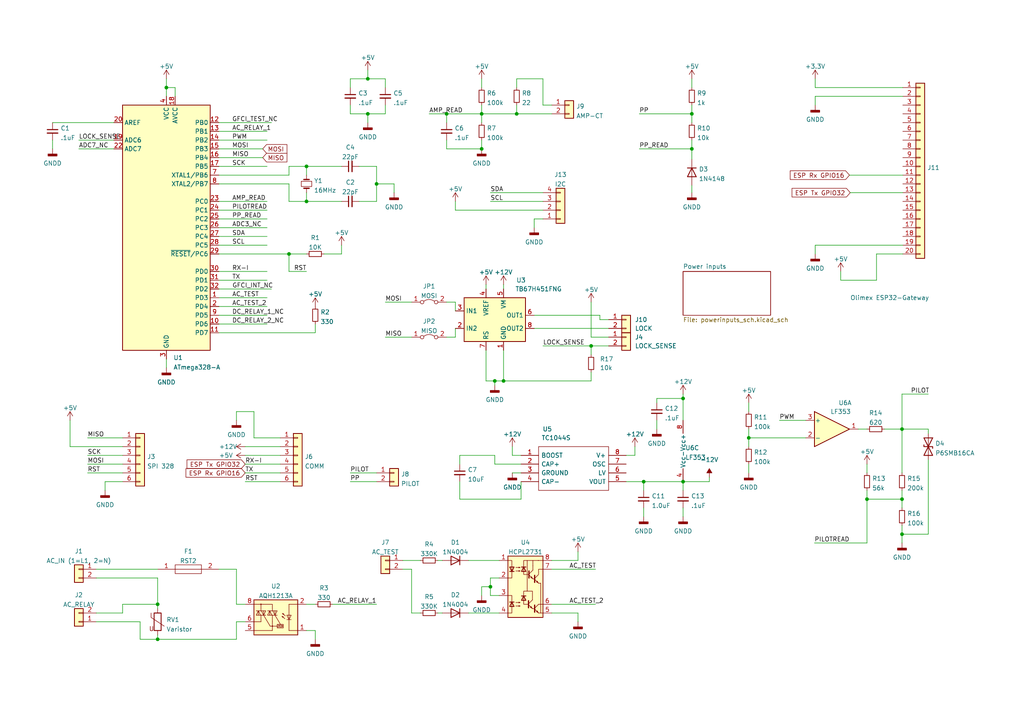
<source format=kicad_sch>
(kicad_sch (version 20211123) (generator eeschema)
  (paper "A4")
  (junction (at 83.82 73.66))
  (junction (at 106.68 33.02))
  (junction (at 109.22 53.34))
  (junction (at 149.86 33.02))
  (junction (at 139.7 43.18))
  (junction (at 261.62 124.46))
  (junction (at 261.62 154.94))
  (junction (at 198.12 139.7))
  (junction (at 200.66 43.18))
  (junction (at 143.51 110.49))
  (junction (at 251.46 144.78))
  (junction (at 142.24 170.18))
  (junction (at 261.62 144.78))
  (junction (at 45.72 175.26))
  (junction (at 88.9 48.26))
  (junction (at 106.68 22.86))
  (junction (at 139.7 33.02))
  (junction (at 45.72 185.42))
  (junction (at 217.17 127))
  (junction (at 146.05 110.49))
  (junction (at 200.66 33.02))
  (junction (at 129.54 33.02))
  (junction (at 198.12 115.57))
  (junction (at 171.45 100.33))
  (junction (at 186.69 139.7))
  (junction (at 48.26 25.4))
  (junction (at 88.9 58.42))
  (wire (pts (xy 48.26 104.14) (xy 48.26 106.68)))
  (wire (pts (xy 151.13 139.7) (xy 151.13 144.78)))
  (wire (pts (xy 101.6 33.02) (xy 106.68 33.02)))
  (wire (pts (xy 104.14 48.26) (xy 109.22 48.26)))
  (wire (pts (xy 135.89 162.56) (xy 144.78 162.56)))
  (wire (pts (xy 142.24 55.88) (xy 157.48 55.88)))
  (wire (pts (xy 236.22 157.48) (xy 251.46 157.48)))
  (wire (pts (xy 144.78 167.64) (xy 142.24 167.64)))
  (wire (pts (xy 88.9 55.88) (xy 88.9 58.42)))
  (wire (pts (xy 27.94 177.8) (xy 35.56 177.8)))
  (wire (pts (xy 133.35 139.7) (xy 133.35 144.78)))
  (wire (pts (xy 186.69 142.24) (xy 186.69 139.7)))
  (wire (pts (xy 88.9 175.26) (xy 91.44 175.26)))
  (wire (pts (xy 124.46 33.02) (xy 129.54 33.02)))
  (wire (pts (xy 40.64 180.34) (xy 40.64 185.42)))
  (wire (pts (xy 63.5 165.1) (xy 68.58 165.1)))
  (wire (pts (xy 149.86 25.4) (xy 149.86 22.86)))
  (wire (pts (xy 157.48 30.48) (xy 160.02 30.48)))
  (wire (pts (xy 269.24 124.46) (xy 269.24 125.73)))
  (wire (pts (xy 139.7 33.02) (xy 139.7 35.56)))
  (wire (pts (xy 251.46 134.62) (xy 251.46 137.16)))
  (wire (pts (xy 261.8433 27.94) (xy 236.4433 27.94)))
  (wire (pts (xy 142.24 170.18) (xy 139.7 170.18)))
  (wire (pts (xy 184.15 129.54) (xy 184.15 132.08)))
  (wire (pts (xy 25.4 132.08) (xy 35.56 132.08)))
  (wire (pts (xy 22.86 40.64) (xy 33.02 40.64)))
  (wire (pts (xy 25.4 127) (xy 35.56 127)))
  (wire (pts (xy 71.12 180.34) (xy 68.58 180.34)))
  (wire (pts (xy 261.8433 73.66) (xy 254.2233 73.66)))
  (wire (pts (xy 25.4 137.16) (xy 35.56 137.16)))
  (wire (pts (xy 151.13 134.62) (xy 143.51 134.62)))
  (wire (pts (xy 151.13 132.08) (xy 148.59 132.08)))
  (wire (pts (xy 111.76 87.63) (xy 119.38 87.63)))
  (wire (pts (xy 106.68 33.02) (xy 106.68 35.56)))
  (wire (pts (xy 186.69 147.32) (xy 186.69 149.86)))
  (wire (pts (xy 143.51 134.62) (xy 143.51 132.08)))
  (wire (pts (xy 205.74 138.43) (xy 205.74 139.7)))
  (wire (pts (xy 83.82 73.66) (xy 88.9 73.66)))
  (wire (pts (xy 104.14 58.42) (xy 109.22 58.42)))
  (wire (pts (xy 256.54 124.46) (xy 261.62 124.46)))
  (wire (pts (xy 146.05 101.6) (xy 146.05 110.49)))
  (wire (pts (xy 27.94 165.1) (xy 45.72 165.1)))
  (wire (pts (xy 35.56 175.26) (xy 35.56 177.8)))
  (wire (pts (xy 148.59 137.16) (xy 151.13 137.16)))
  (wire (pts (xy 198.12 139.7) (xy 205.74 139.7)))
  (wire (pts (xy 132.08 97.79) (xy 132.08 95.25)))
  (wire (pts (xy 186.69 139.7) (xy 198.12 139.7)))
  (wire (pts (xy 173.99 92.71) (xy 176.53 92.71)))
  (wire (pts (xy 68.58 185.42) (xy 45.72 185.42)))
  (wire (pts (xy 198.12 142.24) (xy 198.12 139.7)))
  (wire (pts (xy 91.44 182.88) (xy 88.9 182.88)))
  (wire (pts (xy 160.02 175.26) (xy 172.72 175.26)))
  (wire (pts (xy 261.62 124.46) (xy 261.62 137.16)))
  (wire (pts (xy 109.22 53.34) (xy 114.3 53.34)))
  (wire (pts (xy 226.06 121.92) (xy 233.68 121.92)))
  (wire (pts (xy 88.9 48.26) (xy 99.06 48.26)))
  (wire (pts (xy 63.5 38.1) (xy 77.47 38.1)))
  (wire (pts (xy 261.62 152.4) (xy 261.62 154.94)))
  (wire (pts (xy 139.7 170.18) (xy 139.7 172.72)))
  (wire (pts (xy 133.35 132.08) (xy 133.35 134.62)))
  (wire (pts (xy 200.66 40.64) (xy 200.66 43.18)))
  (wire (pts (xy 243.84 81.28) (xy 243.84 78.74)))
  (wire (pts (xy 48.26 25.4) (xy 48.26 27.94)))
  (wire (pts (xy 160.02 162.56) (xy 167.64 162.56)))
  (wire (pts (xy 142.24 167.64) (xy 142.24 170.18)))
  (wire (pts (xy 111.76 97.79) (xy 119.38 97.79)))
  (wire (pts (xy 149.86 33.02) (xy 149.86 30.48)))
  (wire (pts (xy 73.66 127) (xy 73.66 119.38)))
  (wire (pts (xy 154.94 63.5) (xy 154.94 66.04)))
  (wire (pts (xy 190.5 121.92) (xy 190.5 124.46)))
  (wire (pts (xy 45.72 175.26) (xy 35.56 175.26)))
  (wire (pts (xy 106.68 20.32) (xy 106.68 22.86)))
  (wire (pts (xy 129.54 40.64) (xy 129.54 43.18)))
  (wire (pts (xy 71.12 134.62) (xy 81.28 134.62)))
  (wire (pts (xy 63.5 58.42) (xy 77.47 58.42)))
  (wire (pts (xy 261.62 114.3) (xy 269.24 114.3)))
  (wire (pts (xy 83.82 58.42) (xy 88.9 58.42)))
  (wire (pts (xy 116.84 162.56) (xy 121.92 162.56)))
  (wire (pts (xy 140.97 110.49) (xy 143.51 110.49)))
  (wire (pts (xy 83.82 78.74) (xy 88.9 78.74)))
  (wire (pts (xy 139.7 33.02) (xy 149.86 33.02)))
  (wire (pts (xy 154.94 91.44) (xy 173.99 91.44)))
  (wire (pts (xy 15.24 35.56) (xy 33.02 35.56)))
  (wire (pts (xy 109.22 175.26) (xy 96.52 175.26)))
  (wire (pts (xy 127 177.8) (xy 128.27 177.8)))
  (wire (pts (xy 139.7 30.48) (xy 139.7 33.02)))
  (wire (pts (xy 200.66 22.86) (xy 200.66 25.4)))
  (wire (pts (xy 119.38 177.8) (xy 121.92 177.8)))
  (wire (pts (xy 148.59 129.54) (xy 148.59 132.08)))
  (wire (pts (xy 181.61 139.7) (xy 186.69 139.7)))
  (wire (pts (xy 200.66 43.18) (xy 200.66 46.1739)))
  (wire (pts (xy 63.5 93.98) (xy 77.47 93.98)))
  (wire (pts (xy 45.72 175.26) (xy 45.72 176.53)))
  (wire (pts (xy 71.12 132.08) (xy 81.28 132.08)))
  (wire (pts (xy 236.4433 71.12) (xy 236.4433 73.66)))
  (wire (pts (xy 81.28 127) (xy 73.66 127)))
  (wire (pts (xy 48.26 25.4) (xy 50.8 25.4)))
  (wire (pts (xy 30.48 139.7) (xy 35.56 139.7)))
  (wire (pts (xy 190.5 115.57) (xy 198.12 115.57)))
  (wire (pts (xy 109.22 53.34) (xy 109.22 58.42)))
  (wire (pts (xy 171.45 107.95) (xy 171.45 110.49)))
  (wire (pts (xy 101.6 22.86) (xy 106.68 22.86)))
  (wire (pts (xy 101.6 139.7) (xy 109.22 139.7)))
  (wire (pts (xy 269.24 133.35) (xy 269.24 154.94)))
  (wire (pts (xy 132.08 87.63) (xy 132.08 90.17)))
  (wire (pts (xy 129.54 33.02) (xy 139.7 33.02)))
  (wire (pts (xy 261.8433 71.12) (xy 236.4433 71.12)))
  (wire (pts (xy 149.86 22.86) (xy 157.48 22.86)))
  (wire (pts (xy 236.4433 22.86) (xy 236.4433 25.4)))
  (wire (pts (xy 139.7 40.64) (xy 139.7 43.18)))
  (wire (pts (xy 132.08 58.42) (xy 132.08 60.96)))
  (wire (pts (xy 261.62 124.46) (xy 261.62 114.3)))
  (wire (pts (xy 246.38 50.8) (xy 261.8433 50.8)))
  (wire (pts (xy 63.5 71.12) (xy 77.47 71.12)))
  (wire (pts (xy 140.97 101.6) (xy 140.97 110.49)))
  (wire (pts (xy 109.22 48.26) (xy 109.22 53.34)))
  (wire (pts (xy 217.17 127) (xy 217.17 129.54)))
  (wire (pts (xy 173.99 92.71) (xy 173.99 91.44)))
  (wire (pts (xy 114.3 53.34) (xy 114.3 55.88)))
  (wire (pts (xy 101.6 25.4) (xy 101.6 22.86)))
  (wire (pts (xy 50.8 27.94) (xy 50.8 25.4)))
  (wire (pts (xy 83.82 58.42) (xy 83.82 53.34)))
  (wire (pts (xy 200.66 30.48) (xy 200.66 33.02)))
  (wire (pts (xy 68.58 119.38) (xy 68.58 121.92)))
  (wire (pts (xy 251.46 144.78) (xy 251.46 157.48)))
  (wire (pts (xy 111.76 33.02) (xy 106.68 33.02)))
  (wire (pts (xy 160.02 177.8) (xy 167.64 177.8)))
  (wire (pts (xy 15.24 40.64) (xy 15.24 43.18)))
  (wire (pts (xy 143.51 132.08) (xy 133.35 132.08)))
  (wire (pts (xy 63.5 73.66) (xy 83.82 73.66)))
  (wire (pts (xy 251.46 142.24) (xy 251.46 144.78)))
  (wire (pts (xy 135.89 177.8) (xy 144.78 177.8)))
  (wire (pts (xy 198.12 114.3) (xy 198.12 115.57)))
  (wire (pts (xy 261.62 142.24) (xy 261.62 144.78)))
  (wire (pts (xy 246.6033 55.88) (xy 261.8433 55.88)))
  (wire (pts (xy 198.12 147.32) (xy 198.12 149.86)))
  (wire (pts (xy 101.6 30.48) (xy 101.6 33.02)))
  (wire (pts (xy 146.05 110.49) (xy 171.45 110.49)))
  (wire (pts (xy 22.86 43.18) (xy 33.02 43.18)))
  (wire (pts (xy 143.51 110.49) (xy 143.51 111.76)))
  (wire (pts (xy 157.48 22.86) (xy 157.48 30.48)))
  (wire (pts (xy 63.5 78.74) (xy 77.47 78.74)))
  (wire (pts (xy 261.62 144.78) (xy 261.62 147.32)))
  (wire (pts (xy 63.5 35.56) (xy 78.74 35.56)))
  (wire (pts (xy 200.66 33.02) (xy 200.66 35.56)))
  (wire (pts (xy 63.5 83.82) (xy 78.74 83.82)))
  (wire (pts (xy 63.5 50.8) (xy 83.82 50.8)))
  (wire (pts (xy 200.66 53.7939) (xy 200.66 55.88)))
  (wire (pts (xy 217.17 116.84) (xy 217.17 119.38)))
  (wire (pts (xy 63.5 40.64) (xy 77.47 40.64)))
  (wire (pts (xy 45.72 184.15) (xy 45.72 185.42)))
  (wire (pts (xy 140.97 83.82) (xy 140.97 82.55)))
  (wire (pts (xy 254.2233 81.28) (xy 243.84 81.28)))
  (wire (pts (xy 181.61 132.08) (xy 184.15 132.08)))
  (wire (pts (xy 40.64 185.42) (xy 45.72 185.42)))
  (wire (pts (xy 129.54 35.56) (xy 129.54 33.02)))
  (wire (pts (xy 171.45 100.33) (xy 171.45 102.87)))
  (wire (pts (xy 198.12 115.57) (xy 198.12 121.92)))
  (wire (pts (xy 63.5 45.72) (xy 76.2 45.72)))
  (wire (pts (xy 71.12 139.7) (xy 81.28 139.7)))
  (wire (pts (xy 248.92 124.46) (xy 251.46 124.46)))
  (wire (pts (xy 25.4 134.62) (xy 35.56 134.62)))
  (wire (pts (xy 133.35 144.78) (xy 151.13 144.78)))
  (wire (pts (xy 88.9 58.42) (xy 99.06 58.42)))
  (wire (pts (xy 142.24 170.18) (xy 142.24 172.72)))
  (wire (pts (xy 129.54 87.63) (xy 132.08 87.63)))
  (wire (pts (xy 171.45 97.79) (xy 176.53 97.79)))
  (wire (pts (xy 30.48 139.7) (xy 30.48 142.24)))
  (wire (pts (xy 71.12 129.54) (xy 81.28 129.54)))
  (wire (pts (xy 143.51 110.49) (xy 146.05 110.49)))
  (wire (pts (xy 83.82 48.26) (xy 88.9 48.26)))
  (wire (pts (xy 91.44 182.88) (xy 91.44 185.42)))
  (wire (pts (xy 261.62 154.94) (xy 269.24 154.94)))
  (wire (pts (xy 27.94 180.34) (xy 40.64 180.34)))
  (wire (pts (xy 127 162.56) (xy 128.27 162.56)))
  (wire (pts (xy 154.94 95.25) (xy 176.53 95.25)))
  (wire (pts (xy 63.5 43.18) (xy 76.2 43.18)))
  (wire (pts (xy 63.5 96.52) (xy 91.44 96.52)))
  (wire (pts (xy 160.02 165.1) (xy 172.72 165.1)))
  (wire (pts (xy 157.48 100.33) (xy 171.45 100.33)))
  (wire (pts (xy 129.54 97.79) (xy 132.08 97.79)))
  (wire (pts (xy 63.5 88.9) (xy 77.47 88.9)))
  (wire (pts (xy 71.12 137.16) (xy 81.28 137.16)))
  (wire (pts (xy 101.6 137.16) (xy 109.22 137.16)))
  (wire (pts (xy 157.48 60.96) (xy 132.08 60.96)))
  (wire (pts (xy 254.2233 73.66) (xy 254.2233 81.28)))
  (wire (pts (xy 116.84 165.1) (xy 119.38 165.1)))
  (wire (pts (xy 251.46 144.78) (xy 261.62 144.78)))
  (wire (pts (xy 83.82 73.66) (xy 83.82 78.74)))
  (wire (pts (xy 63.5 63.5) (xy 77.47 63.5)))
  (wire (pts (xy 119.38 165.1) (xy 119.38 177.8)))
  (wire (pts (xy 27.94 167.64) (xy 45.72 167.64)))
  (wire (pts (xy 63.5 66.04) (xy 77.47 66.04)))
  (wire (pts (xy 73.66 119.38) (xy 68.58 119.38)))
  (wire (pts (xy 63.5 91.44) (xy 77.47 91.44)))
  (wire (pts (xy 149.86 33.02) (xy 160.02 33.02)))
  (wire (pts (xy 261.62 124.46) (xy 269.24 124.46)))
  (wire (pts (xy 139.7 22.86) (xy 139.7 25.4)))
  (wire (pts (xy 45.72 167.64) (xy 45.72 175.26)))
  (wire (pts (xy 167.64 162.56) (xy 167.64 160.02)))
  (wire (pts (xy 20.32 129.54) (xy 20.32 121.92)))
  (wire (pts (xy 63.5 81.28) (xy 77.47 81.28)))
  (wire (pts (xy 167.64 177.8) (xy 167.64 180.34)))
  (wire (pts (xy 111.76 25.4) (xy 111.76 22.86)))
  (wire (pts (xy 35.56 129.54) (xy 20.32 129.54)))
  (wire (pts (xy 176.53 100.33) (xy 171.45 100.33)))
  (wire (pts (xy 157.48 63.5) (xy 154.94 63.5)))
  (wire (pts (xy 185.42 43.18) (xy 200.66 43.18)))
  (wire (pts (xy 99.06 71.12) (xy 99.06 73.66)))
  (wire (pts (xy 142.24 58.42) (xy 157.48 58.42)))
  (wire (pts (xy 129.54 43.18) (xy 139.7 43.18)))
  (wire (pts (xy 48.26 22.86) (xy 48.26 25.4)))
  (wire (pts (xy 68.58 175.26) (xy 68.58 165.1)))
  (wire (pts (xy 171.45 87.63) (xy 171.45 97.79)))
  (wire (pts (xy 111.76 30.48) (xy 111.76 33.02)))
  (wire (pts (xy 261.62 154.94) (xy 261.62 157.48)))
  (wire (pts (xy 236.4433 27.94) (xy 236.4433 30.48)))
  (wire (pts (xy 68.58 180.34) (xy 68.58 185.42)))
  (wire (pts (xy 63.5 60.96) (xy 77.47 60.96)))
  (wire (pts (xy 217.17 124.46) (xy 217.17 127)))
  (wire (pts (xy 106.68 22.86) (xy 111.76 22.86)))
  (wire (pts (xy 63.5 48.26) (xy 77.47 48.26)))
  (wire (pts (xy 142.24 172.72) (xy 144.78 172.72)))
  (wire (pts (xy 83.82 50.8) (xy 83.82 48.26)))
  (wire (pts (xy 63.5 68.58) (xy 77.47 68.58)))
  (wire (pts (xy 91.44 93.98) (xy 91.44 96.52)))
  (wire (pts (xy 88.9 48.26) (xy 88.9 50.8)))
  (wire (pts (xy 63.5 86.36) (xy 77.47 86.36)))
  (wire (pts (xy 261.8433 25.4) (xy 236.4433 25.4)))
  (wire (pts (xy 185.42 33.02) (xy 200.66 33.02)))
  (wire (pts (xy 63.5 53.34) (xy 83.82 53.34)))
  (wire (pts (xy 217.17 127) (xy 233.68 127)))
  (wire (pts (xy 146.05 82.55) (xy 146.05 83.82)))
  (wire (pts (xy 93.98 73.66) (xy 99.06 73.66)))
  (wire (pts (xy 190.5 116.84) (xy 190.5 115.57)))
  (wire (pts (xy 71.12 175.26) (xy 68.58 175.26)))
  (wire (pts (xy 217.17 134.62) (xy 217.17 137.16)))
  (label "GFCI_TEST_NC" (at 67.31 35.56 0))
  (label "LOCK_SENSE" (at 22.86 40.64 0))
  (label "PP" (at 101.6 139.7 0))
  (label "RX-I" (at 67.31 78.74 0))
  (label "MOSI" (at 25.4 134.62 0))
  (label "SDA" (at 142.24 55.88 0))
  (label "DC_RELAY_2_NC" (at 67.31 93.98 0))
  (label "PP_READ" (at 185.42 43.18 0))
  (label "MISO" (at 67.3431 45.72 0))
  (label "RST" (at 25.4 137.16 0))
  (label "SCK" (at 67.31 48.26 0))
  (label "MISO" (at 111.76 97.79 0))
  (label "RST" (at 71.12 139.7 0))
  (label "PILOTREAD" (at 67.31 60.96 0))
  (label "PWM" (at 67.31 40.64 0))
  (label "GFCI_INT_NC" (at 67.3522 83.82 0))
  (label "TX" (at 67.31 81.28 0))
  (label "PILOTREAD" (at 236.22 157.48 0))
  (label "AC_TEST" (at 67.31 86.36 0))
  (label "DC_RELAY_1_NC" (at 67.31 91.44 0))
  (label "RX-I" (at 71.12 134.62 0))
  (label "PP" (at 185.42 33.02 0))
  (label "SCL" (at 142.24 58.42 0))
  (label "LOCK_SENSE" (at 157.48 100.33 0))
  (label "PWM" (at 226.06 121.92 0))
  (label "RST" (at 88.9 78.74 180))
  (label "TX" (at 71.12 137.16 0))
  (label "AMP_READ" (at 124.46 33.02 0))
  (label "AC_TEST_2" (at 67.31 88.9 0))
  (label "MOSI" (at 67.31 43.18 0))
  (label "AC_TEST" (at 165.1 165.1 0))
  (label "PP_READ" (at 67.31 63.5 0))
  (label "ADC3_NC" (at 67.31 66.04 0))
  (label "SDA" (at 67.31 68.58 0))
  (label "PILOT" (at 264.16 114.3 0))
  (label "PILOT" (at 101.6 137.16 0))
  (label "MISO" (at 25.4 127 0))
  (label "AC_RELAY_1" (at 67.31 38.1 0))
  (label "SCL" (at 67.31 71.12 0))
  (label "MOSI" (at 111.76 87.63 0))
  (label "ADC7_NC" (at 22.86 43.18 0))
  (label "SCK" (at 25.4 132.08 0))
  (label "AC_RELAY_1" (at 109.22 175.26 180))
  (label "AC_TEST_2" (at 165.1 175.26 0))
  (label "AMP_READ" (at 67.31 58.42 0))
  (global_label "ESP Tx GPIO32" (shape input) (at 246.6033 55.88 180) (property "Intersheet References" "${INTERSHEET_REFS}" (effects hide)))
  (global_label "MISO" (shape input) (at 76.2 45.72 0) (property "Intersheet References" "${INTERSHEET_REFS}" (effects hide)))
  (global_label "MOSI" (shape input) (at 76.2 43.18 0) (property "Intersheet References" "${INTERSHEET_REFS}" (effects hide)))
  (global_label "ESP Rx GPIO16" (shape input) (at 71.12 137.16 180) (property "Intersheet References" "${INTERSHEET_REFS}" (effects hide)))
  (global_label "ESP Tx GPIO32" (shape input) (at 71.12 134.62 180) (property "Intersheet References" "${INTERSHEET_REFS}" (effects hide)))
  (global_label "ESP Rx GPIO16" (shape input) (at 246.38 50.8 180) (property "Intersheet References" "${INTERSHEET_REFS}" (effects hide)))
  (symbol (lib_id "power:+5V") (at 91.44 88.9 0) (unit 1)
    (property "Reference" "#PWR09" (effects hide))
    (property "Value" "+5V" (at 91.44 85.2955 0))
  )
  (symbol (lib_id "power:+5V") (at 20.32 121.92 0) (unit 1)
    (property "Reference" "#PWR01" (effects hide))
    (property "Value" "+5V" (at 20.32 118.3155 0))
  )
  (symbol (lib_id "Device:R_Small") (at 91.44 73.66 90) (unit 1)
    (property "Reference" "R1" (at 91.44 68.9569 90))
    (property "Value" "10K" (at 91.44 71.732 90))
    (property "Footprint" "Resistor_SMD:R_0805_2012Metric_Pad1.20x1.40mm_HandSolder" (effects hide))
  )
  (symbol (lib_id "Connector_Generic:Conn_01x02") (at 22.86 180.34 180) (unit 1)
    (property "Reference" "J2" (at 22.86 172.5635 0))
    (property "Value" "AC_RELAY" (at 22.86 175.3386 0))
    (property "Footprint" "jips_library:TerminalBlock_Phoenix_MKDS-3-2-5.08_1x02_P5.08mm_Horizontal" (effects hide))
  )
  (symbol (lib_id "power:GNDD") (at 200.66 55.88 0) (unit 1)
    (property "Reference" "#PWR027" (effects hide))
    (property "Value" "GNDD" (at 200.66 60.0615 0))
  )
  (symbol (lib_id "Device:R_Small") (at 139.7 27.94 0) (unit 1)
    (property "Reference" "R6" (at 141.1986 27.0315 0) (effects (justify left)))
    (property "Value" "100k" (at 141.1986 29.8066 0) (effects (justify left)))
    (property "Footprint" "Resistor_SMD:R_0805_2012Metric_Pad1.20x1.40mm_HandSolder" (effects hide))
  )
  (symbol (lib_id "power:GNDD") (at 15.24 43.18 0) (unit 1)
    (property "Reference" "#PWR02" (effects hide))
    (property "Value" "GNDD" (at 15.24 47.3615 0))
  )
  (symbol (lib_id "power:+5V") (at 106.68 20.32 0) (unit 1)
    (property "Reference" "#PWR013" (effects hide))
    (property "Value" "+5V" (at 106.68 16.7155 0))
  )
  (symbol (lib_id "Device:Varistor") (at 45.72 180.34 0) (unit 1)
    (property "Reference" "RV1" (at 48.26 179.7443 0) (effects (justify left)))
    (property "Value" "Varistor" (at 48.26 182.5194 0) (effects (justify left)))
    (property "Footprint" "Varistor:RV_Disc_D7mm_W4.5mm_P5mm" (effects hide))
  )
  (symbol (lib_id "power:GNDD") (at 106.68 35.56 0) (unit 1)
    (property "Reference" "#PWR014" (effects hide))
    (property "Value" "GNDD" (at 106.68 39.7415 0))
  )
  (symbol (lib_id "power:+5V") (at 71.12 132.08 90) (unit 1)
    (property "Reference" "#PWR08" (effects hide))
    (property "Value" "+5V" (at 63.5 132.08 90) (effects (justify right)))
  )
  (symbol (lib_id "power:GNDD") (at 217.17 137.16 0) (unit 1)
    (property "Reference" "#PWR030" (effects hide))
    (property "Value" "GNDD" (at 217.17 141.3415 0))
  )
  (symbol (lib_id "Connector_Generic:Conn_01x06") (at 86.36 132.08 0) (unit 1)
    (property "Reference" "J6" (at 88.392 132.4415 0) (effects (justify left)))
    (property "Value" "COMM" (at 88.392 135.2166 0) (effects (justify left)))
    (property "Footprint" "Connector_PinHeader_2.54mm:PinHeader_2x03_P2.54mm_Vertical" (effects hide))
  )
  (symbol (lib_id "Connector_Generic:Conn_01x06") (at 40.64 132.08 0) (unit 1)
    (property "Reference" "J3" (at 42.672 132.4415 0) (effects (justify left)))
    (property "Value" "SPI 328" (at 42.672 135.2166 0) (effects (justify left)))
    (property "Footprint" "Connector_PinHeader_2.54mm:PinHeader_2x03_P2.54mm_Vertical" (effects hide))
  )
  (symbol (lib_id "Device:R_Small") (at 254 124.46 90) (unit 1)
    (property "Reference" "R14" (at 254 119.7569 90))
    (property "Value" "620" (at 254 122.532 90))
    (property "Footprint" "Resistor_SMD:R_0805_2012Metric_Pad1.20x1.40mm_HandSolder" (effects hide))
  )
  (symbol (lib_id "Device:R_Small") (at 217.17 121.92 0) (unit 1)
    (property "Reference" "R11" (at 218.6686 121.0115 0) (effects (justify left)))
    (property "Value" "100k" (at 218.6686 123.7866 0) (effects (justify left)))
    (property "Footprint" "Resistor_SMD:R_0805_2012Metric_Pad1.20x1.40mm_HandSolder" (effects hide))
  )
  (symbol (lib_id "power:GNDD") (at 167.64 180.34 0) (unit 1)
    (property "Reference" "#PWR025" (effects hide))
    (property "Value" "GNDD" (at 167.64 184.5215 0))
  )
  (symbol (lib_id "power:+5V") (at 217.17 116.84 0) (unit 1)
    (property "Reference" "#PWR029" (effects hide))
    (property "Value" "+5V" (at 217.17 113.2355 0))
  )
  (symbol (lib_id "Device:C_Small") (at 111.76 27.94 0) (unit 1)
    (property "Reference" "C5" (at 114.0841 27.0378 0) (effects (justify left)))
    (property "Value" ".1uF" (at 114.0841 29.8129 0) (effects (justify left)))
    (property "Footprint" "Capacitor_SMD:C_0805_2012Metric_Pad1.18x1.45mm_HandSolder" (effects hide))
  )
  (symbol (lib_id "Device:R_Small") (at 200.66 27.94 0) (unit 1)
    (property "Reference" "R9" (at 202.1586 27.0315 0) (effects (justify left)))
    (property "Value" "1k" (at 202.1586 29.8066 0) (effects (justify left)))
    (property "Footprint" "Resistor_SMD:R_0805_2012Metric_Pad1.20x1.40mm_HandSolder" (effects hide))
  )
  (symbol (lib_id "power:+5V") (at 139.7 22.86 0) (unit 1)
    (property "Reference" "#PWR016" (effects hide))
    (property "Value" "+5V" (at 139.7 19.2555 0))
  )
  (symbol (lib_id "Device:C_Small") (at 129.54 38.1 0) (unit 1)
    (property "Reference" "C6" (at 131.8641 37.1978 0) (effects (justify left)))
    (property "Value" ".1uF" (at 131.8641 39.9729 0) (effects (justify left)))
    (property "Footprint" "Capacitor_SMD:C_0805_2012Metric_Pad1.18x1.45mm_HandSolder" (effects hide))
  )
  (symbol (lib_id "Diode:1N4004") (at 132.08 162.56 180) (unit 1)
    (property "Reference" "D1" (at 132.08 157.3235 0))
    (property "Value" "1N4004" (at 132.08 160.0986 0))
    (property "Footprint" "Diode_SMD:D_SMA" (effects hide))
    (property "Datasheet" "http://www.vishay.com/docs/88503/1n4001.pdf" (effects hide))
  )
  (symbol (lib_id "Device:R_Small") (at 93.98 175.26 270) (mirror x) (unit 1)
    (property "Reference" "R3" (at 93.98 170.5569 90))
    (property "Value" "330" (at 93.98 173.332 90))
    (property "Footprint" "Resistor_SMD:R_0805_2012Metric_Pad1.20x1.40mm_HandSolder" (effects hide))
  )
  (symbol (lib_id "Device:D_TVS") (at 269.24 129.54 270) (unit 1)
    (property "Reference" "D4" (at 271.272 128.6315 90) (effects (justify left)))
    (property "Value" "P6SMB16CA" (at 271.272 131.4066 90) (effects (justify left)))
    (property "Footprint" "Diode_SMD:D_SMB" (effects hide))
  )
  (symbol (lib_id "Device:C_Small") (at 101.6 58.42 90) (unit 1)
    (property "Reference" "C2" (at 101.6063 52.8914 90))
    (property "Value" "22pF" (at 101.6063 55.6665 90))
    (property "Footprint" "Capacitor_SMD:C_0805_2012Metric_Pad1.18x1.45mm_HandSolder" (effects hide))
  )
  (symbol (lib_id "Jips_Library:TB67H451FNG") (at 143.51 93.98 0) (unit 1)
    (property "Reference" "U3" (at 151.13 81.28 0))
    (property "Value" "TB67H451FNG" (at 156.21 83.82 0))
    (property "Footprint" "Package_SO:HSOP-8-1EP_3.9x4.9mm_P1.27mm_EP2.41x3.1mm_ThermalVias" (effects hide))
  )
  (symbol (lib_id "power:GNDD") (at 139.7 172.72 0) (unit 1)
    (property "Reference" "#PWR018" (effects hide))
    (property "Value" "GNDD" (at 139.7 176.9015 0))
  )
  (symbol (lib_id "Jips_Library:LF353") (at 241.3 124.46 0) (unit 1)
    (property "Reference" "U6" (at 245.11 116.84 0))
    (property "Value" "LF353" (at 243.84 119.38 0))
    (property "Footprint" "Package_SO:SOIC-8_3.9x4.9mm_P1.27mm" (effects hide))
    (property "Datasheet" "https://www.ti.com/lit/ds/symlink/lf353.pdf?HQS=dis-mous-null-mousermode-dsf-pf-null-wwe&ts=1672432889192&ref_url=https%253A%252F%252Fnl.mouser.com%252F" (effects hide))
  )
  (symbol (lib_id "Device:C_Small") (at 186.69 144.78 0) (unit 1)
    (property "Reference" "C11" (at 189.0141 143.8778 0) (effects (justify left)))
    (property "Value" "1.0uF" (at 189.0141 146.6529 0) (effects (justify left)))
    (property "Footprint" "Capacitor_SMD:C_0805_2012Metric_Pad1.18x1.45mm_HandSolder" (effects hide))
  )
  (symbol (lib_id "Relay_SolidState:AQH1213A") (at 78.74 177.8 0) (mirror y) (unit 1)
    (property "Reference" "U2" (at 80.01 170.0235 0))
    (property "Value" "AQH1213A" (at 80.01 172.7986 0))
    (property "Footprint" "Package_SO:SSO-7-8_6.4x9.78mm_P2.54mm" (effects hide))
    (property "Datasheet" "https://b2b-api.panasonic.eu/file_stream/pids/fileversion/2787" (effects hide))
  )
  (symbol (lib_id "power:-12V") (at 205.74 138.43 0) (unit 1)
    (property "Reference" "#PWR0104" (effects hide))
    (property "Value" "-12V" (at 205.74 133.35 0))
  )
  (symbol (lib_id "Diode:1N4004") (at 132.08 177.8 180) (unit 1)
    (property "Reference" "D2" (at 132.08 172.5635 0))
    (property "Value" "1N4004" (at 132.08 175.3386 0))
    (property "Footprint" "Diode_SMD:D_SMA" (effects hide))
    (property "Datasheet" "http://www.vishay.com/docs/88503/1n4001.pdf" (effects hide))
  )
  (symbol (lib_id "SamacSys_Parts:LTC1044CN8#PBF") (at 151.13 132.08 0) (unit 1)
    (property "Reference" "U5" (at 158.75 124.46 0))
    (property "Value" "TC1044S" (at 161.29 127 0))
    (property "Footprint" "Package_SO:SOIC-8_3.9x4.9mm_P1.27mm" (effects hide))
    (property "Datasheet" "https://www.analog.com/media/en/technical-documentation/data-sheets/LTC1044_7660.pdf" (effects hide))
    (property "Description" "LTC1044CN8#PBF" (effects hide))
    (property "Height" "3.937" (effects hide))
    (property "Manufacturer_Name" "Analog Devices" (effects hide))
    (property "Manufacturer_Part_Number" "LTC1044CN8#PBF" (effects hide))
    (property "Mouser Part Number" "584-LTC1044CN8#PBF" (effects hide))
    (property "Mouser Price/Stock" "https://www.mouser.co.uk/ProductDetail/Analog-Devices/LTC1044CN8PBF?qs=hVkxg5c3xu%2FLBkkseWcKjA%3D%3D" (effects hide))
    (property "Arrow Part Number" "LTC1044CN8#PBF" (effects hide))
    (property "Arrow Price/Stock" "https://www.arrow.com/en/products/ltc1044cn8pbf/analog-devices?region=europe" (effects hide))
  )
  (symbol (lib_id "power:+12V") (at 148.59 129.54 0) (unit 1)
    (property "Reference" "#PWR022" (effects hide))
    (property "Value" "+12V" (at 148.59 125.9355 0))
  )
  (symbol (lib_id "power:GNDD") (at 236.4433 73.66 0) (unit 1)
    (property "Reference" "#PWR035" (effects hide))
    (property "Value" "GNDD" (at 236.4433 77.8415 0))
  )
  (symbol (lib_name "+3.3V_1") (lib_id "power:+3.3V") (at 236.4433 22.86 0) (unit 1)
    (property "Reference" "#PWR033" (effects hide))
    (property "Value" "+3.3V" (at 236.4433 19.2555 0))
  )
  (symbol (lib_id "power:+5V") (at 171.45 87.63 0) (unit 1)
    (property "Reference" "#PWR0105" (effects hide))
    (property "Value" "+5V" (at 171.45 84.0255 0))
  )
  (symbol (lib_id "power:GNDD") (at 114.3 55.88 0) (unit 1)
    (property "Reference" "#PWR011" (effects hide))
    (property "Value" "GNDD" (at 114.3 60.0615 0))
  )
  (symbol (lib_id "Device:C_Small") (at 101.6 27.94 0) (unit 1)
    (property "Reference" "C3" (at 103.9241 27.0378 0) (effects (justify left)))
    (property "Value" ".1uF" (at 103.9241 29.8129 0) (effects (justify left)))
    (property "Footprint" "Capacitor_SMD:C_0805_2012Metric_Pad1.18x1.45mm_HandSolder" (effects hide))
  )
  (symbol (lib_id "power:+5V") (at 167.64 160.02 0) (unit 1)
    (property "Reference" "#PWR024" (effects hide))
    (property "Value" "+5V" (at 167.64 156.4155 0))
  )
  (symbol (lib_id "power:+12V") (at 198.12 114.3 0) (unit 1)
    (property "Reference" "#PWR036" (effects hide))
    (property "Value" "+12V" (at 198.12 110.6955 0))
  )
  (symbol (lib_id "Connector_Generic:Conn_01x20") (at 266.9233 48.26 0) (unit 1)
    (property "Reference" "J11" (at 268.9553 48.6215 0) (effects (justify left)))
    (property "Value" "Olimex ESP32-Gateway" (at 246.6033 86.36 0) (effects (justify left)))
    (property "Footprint" "Connector_PinSocket_2.54mm:PinSocket_1x20_P2.54mm_Vertical" (effects hide))
  )
  (symbol (lib_id "power:+5V") (at 48.26 22.86 0) (unit 1)
    (property "Reference" "#PWR04" (effects hide))
    (property "Value" "+5V" (at 48.26 19.2555 0))
  )
  (symbol (lib_id "Device:R_Small") (at 171.45 105.41 0) (unit 1)
    (property "Reference" "R17" (at 173.99 104.1399 0) (effects (justify left)))
    (property "Value" "10k" (at 173.99 106.6799 0) (effects (justify left)))
    (property "Footprint" "Resistor_SMD:R_0805_2012Metric_Pad1.20x1.40mm_HandSolder" (effects hide))
  )
  (symbol (lib_id "power:GNDD") (at 91.44 185.42 0) (unit 1)
    (property "Reference" "#PWR010" (effects hide))
    (property "Value" "GNDD" (at 91.44 189.6015 0))
  )
  (symbol (lib_id "Device:R_Small") (at 200.66 38.1 0) (unit 1)
    (property "Reference" "R10" (at 202.1586 37.1915 0) (effects (justify left)))
    (property "Value" "10k" (at 202.1586 39.9666 0) (effects (justify left)))
    (property "Footprint" "Resistor_SMD:R_0805_2012Metric_Pad1.20x1.40mm_HandSolder" (effects hide))
  )
  (symbol (lib_id "power:+12V") (at 184.15 129.54 0) (unit 1)
    (property "Reference" "#PWR028" (effects hide))
    (property "Value" "+12V" (at 184.15 125.9355 0))
  )
  (symbol (lib_id "Device:C_Small") (at 101.6 48.26 90) (unit 1)
    (property "Reference" "C4" (at 101.6063 42.7314 90))
    (property "Value" "22pF" (at 101.6063 45.5065 90))
    (property "Footprint" "Capacitor_SMD:C_0805_2012Metric_Pad1.18x1.45mm_HandSolder" (effects hide))
  )
  (symbol (lib_id "Device:R_Small") (at 261.62 149.86 0) (unit 1)
    (property "Reference" "R16" (at 263.1186 148.9515 0) (effects (justify left)))
    (property "Value" "100k" (at 263.1186 151.7266 0) (effects (justify left)))
    (property "Footprint" "Resistor_SMD:R_0805_2012Metric_Pad1.20x1.40mm_HandSolder" (effects hide))
  )
  (symbol (lib_id "Connector_Generic:Conn_01x02") (at 181.61 92.71 0) (unit 1)
    (property "Reference" "J10" (at 184.15 92.7099 0) (effects (justify left)))
    (property "Value" "LOCK" (at 184.15 95.2499 0) (effects (justify left)))
    (property "Footprint" "jips_library:TerminalBlock_Phoenix_MKDS-3-2-5.08_1x02_P5.08mm_Horizontal" (effects hide))
  )
  (symbol (lib_id "Diode:1N4148") (at 200.66 49.9839 270) (unit 1)
    (property "Reference" "D3" (at 202.692 49.0754 90) (effects (justify left)))
    (property "Value" "1N4148" (at 202.692 51.8505 90) (effects (justify left)))
    (property "Footprint" "Diode_SMD:D_SOD-123" (effects hide))
    (property "Datasheet" "https://assets.nexperia.com/documents/data-sheet/1N4148_1N4448.pdf" (effects hide))
  )
  (symbol (lib_id "Connector_Generic:Conn_01x02") (at 114.3 137.16 0) (unit 1)
    (property "Reference" "J8" (at 116.332 137.5215 0) (effects (justify left)))
    (property "Value" "PILOT" (at 116.332 140.2966 0) (effects (justify left)))
    (property "Footprint" "jips_library:TerminalBlock_Phoenix_MKDS-3-2-5.08_1x02_P5.08mm_Horizontal" (effects hide))
  )
  (symbol (lib_id "power:+5V") (at 132.08 58.42 0) (unit 1)
    (property "Reference" "#PWR0102" (effects hide))
    (property "Value" "+5V" (at 132.08 54.8155 0))
  )
  (symbol (lib_id "power:+5V") (at 243.84 78.74 0) (unit 1)
    (property "Reference" "#PWR0101" (effects hide))
    (property "Value" "+5V" (at 243.84 75.1355 0))
  )
  (symbol (lib_id "Device:C_Small") (at 190.5 119.38 0) (unit 1)
    (property "Reference" "C12" (at 192.8241 118.4778 0) (effects (justify left)))
    (property "Value" ".1uF" (at 192.8241 121.2529 0) (effects (justify left)))
    (property "Footprint" "Capacitor_SMD:C_0805_2012Metric_Pad1.18x1.45mm_HandSolder" (effects hide))
  )
  (symbol (lib_id "power:GNDD") (at 139.7 43.18 0) (unit 1)
    (property "Reference" "#PWR017" (effects hide))
    (property "Value" "GNDD" (at 139.7 47.3615 0))
  )
  (symbol (lib_id "Isolator:HCPL2731") (at 152.4 170.18 0) (unit 1)
    (property "Reference" "U4" (at 152.4 157.3235 0))
    (property "Value" "HCPL2731" (at 152.4 160.0986 0))
    (property "Footprint" "Package_DIP:SMDIP-8_W9.53mm" (effects hide))
    (property "Datasheet" "http://www.onsemi.com/pub/Collateral/HCPL2731-D.pdf" (effects hide))
  )
  (symbol (lib_id "Device:C_Small") (at 198.12 144.78 0) (unit 1)
    (property "Reference" "C13" (at 200.4441 143.8778 0) (effects (justify left)))
    (property "Value" ".1uF" (at 200.4441 146.6529 0) (effects (justify left)))
    (property "Footprint" "Capacitor_SMD:C_0805_2012Metric_Pad1.18x1.45mm_HandSolder" (effects hide))
  )
  (symbol (lib_id "Device:R_Small") (at 91.44 91.44 0) (unit 1)
    (property "Reference" "R2" (at 92.9386 90.5315 0) (effects (justify left)))
    (property "Value" "330" (at 92.9386 93.3066 0) (effects (justify left)))
    (property "Footprint" "Resistor_SMD:R_0805_2012Metric_Pad1.20x1.40mm_HandSolder" (effects hide))
  )
  (symbol (lib_id "power:GNDD") (at 154.94 66.04 0) (unit 1)
    (property "Reference" "#PWR0103" (effects hide))
    (property "Value" "GNDD" (at 154.94 70.2215 0))
  )
  (symbol (lib_id "power:GNDD") (at 198.12 149.86 0) (unit 1)
    (property "Reference" "#PWR037" (effects hide))
    (property "Value" "GNDD" (at 198.12 154.0415 0))
  )
  (symbol (lib_id "Device:R_Small") (at 124.46 162.56 90) (unit 1)
    (property "Reference" "R4" (at 124.46 157.8569 90))
    (property "Value" "330K" (at 124.46 160.632 90))
    (property "Footprint" "Resistor_SMD:R_2512_6332Metric" (effects hide))
  )
  (symbol (lib_id "power:GNDD") (at 68.58 121.92 0) (unit 1)
    (property "Reference" "#PWR06" (effects hide))
    (property "Value" "GNDD" (at 68.58 126.1015 0))
  )
  (symbol (lib_id "Device:R_Small") (at 124.46 177.8 90) (unit 1)
    (property "Reference" "R5" (at 124.46 173.0969 90))
    (property "Value" "330K" (at 124.46 175.872 90))
    (property "Footprint" "Resistor_SMD:R_2512_6332Metric" (effects hide))
  )
  (symbol (lib_id "power:+12V") (at 146.05 82.55 0) (unit 1)
    (property "Reference" "#PWR019" (effects hide))
    (property "Value" "+12V" (at 146.05 78.9455 0))
  )
  (symbol (lib_id "power:GNDD") (at 236.4433 30.48 0) (unit 1)
    (property "Reference" "#PWR034" (effects hide))
    (property "Value" "GNDD" (at 236.4433 34.6615 0))
  )
  (symbol (lib_id "power:GNDD") (at 143.51 111.76 0) (unit 1)
    (property "Reference" "#PWR021" (effects hide))
    (property "Value" "GNDD" (at 143.51 115.9415 0))
  )
  (symbol (lib_id "Device:R_Small") (at 149.86 27.94 0) (unit 1)
    (property "Reference" "R8" (at 151.3586 27.0315 0) (effects (justify left)))
    (property "Value" "22" (at 151.3586 29.8066 0) (effects (justify left)))
    (property "Footprint" "Resistor_SMD:R_0805_2012Metric_Pad1.20x1.40mm_HandSolder" (effects hide))
  )
  (symbol (lib_id "Device:R_Small") (at 261.62 139.7 0) (unit 1)
    (property "Reference" "R15" (at 263.1186 138.7915 0) (effects (justify left)))
    (property "Value" "200k" (at 263.1186 141.5666 0) (effects (justify left)))
    (property "Footprint" "Resistor_SMD:R_0805_2012Metric_Pad1.20x1.40mm_HandSolder" (effects hide))
  )
  (symbol (lib_id "power:GNDD") (at 190.5 124.46 0) (unit 1)
    (property "Reference" "#PWR032" (effects hide))
    (property "Value" "GNDD" (at 190.5 128.6415 0))
  )
  (symbol (lib_id "power:GNDD") (at 30.48 142.24 0) (unit 1)
    (property "Reference" "#PWR03" (effects hide))
    (property "Value" "GNDD" (at 30.48 146.4215 0))
  )
  (symbol (lib_id "Connector_Generic:Conn_01x02") (at 165.1 30.48 0) (unit 1)
    (property "Reference" "J9" (at 167.132 30.8415 0) (effects (justify left)))
    (property "Value" "AMP-CT" (at 167.132 33.6166 0) (effects (justify left)))
    (property "Footprint" "jips_library:TerminalBlock_Phoenix_MKDS-3-2-5.08_1x02_P5.08mm_Horizontal" (effects hide))
  )
  (symbol (lib_id "power:GNDD") (at 48.26 106.68 0) (unit 1)
    (property "Reference" "#PWR05" (effects hide))
    (property "Value" "GNDD" (at 48.26 110.8615 0))
  )
  (symbol (lib_id "power:+5V") (at 200.66 22.86 0) (unit 1)
    (property "Reference" "#PWR026" (effects hide))
    (property "Value" "+5V" (at 200.66 19.2555 0))
  )
  (symbol (lib_id "power:+5V") (at 99.06 71.12 0) (unit 1)
    (property "Reference" "#PWR012" (effects hide))
    (property "Value" "+5V" (at 99.06 67.5155 0))
  )
  (symbol (lib_id "Device:R_Small") (at 251.46 139.7 0) (unit 1)
    (property "Reference" "R13" (at 252.9586 138.7915 0) (effects (justify left)))
    (property "Value" "56k" (at 252.9586 141.5666 0) (effects (justify left)))
    (property "Footprint" "Resistor_SMD:R_0805_2012Metric_Pad1.20x1.40mm_HandSolder" (effects hide))
  )
  (symbol (lib_id "SamacSys_Parts:RST_2_AMMO") (at 45.72 165.1 0) (unit 1)
    (property "Reference" "F1" (at 54.61 159.9143 0))
    (property "Value" "RST2" (at 54.61 162.6894 0))
    (property "Footprint" "SamacSys_Parts:RST2AMMO" (effects hide))
    (property "Datasheet" "https://belfuse.com/resources/datasheets/circuitprotection/ds-cp-rst-series.pdf" (effects hide))
    (property "Description" "Fuses with Leads (Through Hole)" (effects hide))
    (property "Height" "7.9" (effects hide))
    (property "Manufacturer_Name" "Bel" (effects hide))
    (property "Manufacturer_Part_Number" "RST 2 AMMO" (effects hide))
    (property "Mouser Part Number" "530-RST2AMMO" (effects hide))
    (property "Mouser Price/Stock" "https://www.mouser.com/Search/Refine.aspx?Keyword=530-RST2AMMO" (effects hide))
  )
  (symbol (lib_id "Device:C_Small") (at 15.24 38.1 0) (unit 1)
    (property "Reference" "C1" (at 17.5641 37.1978 0) (effects (justify left)))
    (property "Value" ".1uF" (at 17.5641 39.9729 0) (effects (justify left)))
    (property "Footprint" "Capacitor_SMD:C_0805_2012Metric_Pad1.18x1.45mm_HandSolder" (effects hide))
  )
  (symbol (lib_id "Device:C_Small") (at 133.35 137.16 0) (unit 1)
    (property "Reference" "C7" (at 135.6741 136.2578 0) (effects (justify left)))
    (property "Value" "10uF" (at 135.6741 139.0329 0) (effects (justify left)))
    (property "Footprint" "Capacitor_SMD:C_0805_2012Metric_Pad1.18x1.45mm_HandSolder" (effects hide))
  )
  (symbol (lib_id "power:GNDD") (at 261.62 157.48 0) (unit 1)
    (property "Reference" "#PWR040" (effects hide))
    (property "Value" "GNDD" (at 261.62 161.6615 0))
  )
  (symbol (lib_id "Jips_Library:LF353") (at 200.66 129.54 0) (unit 3)
    (property "Reference" "U6" (at 198.755 129.9015 0) (effects (justify left)))
    (property "Value" "LF353" (at 198.755 132.6766 0) (effects (justify left)))
    (property "Footprint" "Package_SO:SOIC-8_3.9x4.9mm_P1.27mm" (effects hide))
    (property "Datasheet" "https://www.ti.com/lit/ds/symlink/lf353.pdf?HQS=dis-mous-null-mousermode-dsf-pf-null-wwe&ts=1672432889192&ref_url=https%253A%252F%252Fnl.mouser.com%252F" (effects hide))
  )
  (symbol (lib_id "power:GNDD") (at 186.69 149.86 0) (unit 1)
    (property "Reference" "#PWR031" (effects hide))
    (property "Value" "GNDD" (at 186.69 154.0415 0))
  )
  (symbol (lib_id "Connector_Generic:Conn_01x02") (at 111.76 162.56 0) (mirror y) (unit 1)
    (property "Reference" "J7" (at 111.76 157.3235 0))
    (property "Value" "AC_TEST" (at 111.76 160.0986 0))
    (property "Footprint" "jips_library:TerminalBlock_Phoenix_MKDS-3-2-5.08_1x02_P5.08mm_Horizontal" (effects hide))
  )
  (symbol (lib_id "Device:Crystal_Small") (at 88.9 53.34 270) (unit 1)
    (property "Reference" "Y1" (at 91.059 52.4315 90) (effects (justify left)))
    (property "Value" "16MHz" (at 91.059 55.2066 90) (effects (justify left)))
    (property "Footprint" "Crystal:Crystal_SMD_2016-4Pin_2.0x1.6mm" (effects hide))
  )
  (symbol (lib_id "Jumper:Jumper_2_Bridged") (at 124.46 87.63 0) (unit 1)
    (property "Reference" "JP1" (at 124.46 83.0285 0))
    (property "Value" "MOSI" (at 124.46 85.8036 0))
    (property "Footprint" "Connector_PinSocket_2.54mm:PinSocket_1x02_P2.54mm_Vertical" (effects hide))
  )
  (symbol (lib_id "power:+5V") (at 140.97 82.55 0) (unit 1)
    (property "Reference" "#PWR015" (effects hide))
    (property "Value" "+5V" (at 140.97 78.9455 0))
  )
  (symbol (lib_id "Connector_Generic:Conn_01x04") (at 162.56 60.96 0) (mirror x) (unit 1)
    (property "Reference" "J13" (at 162.56 50.6435 0))
    (property "Value" "I2C" (at 162.56 53.4186 0))
    (property "Footprint" "Connector_PinHeader_2.54mm:PinHeader_1x04_P2.54mm_Vertical" (effects hide))
  )
  (symbol (lib_id "power:+5V") (at 251.46 134.62 0) (unit 1)
    (property "Reference" "#PWR039" (effects hide))
    (property "Value" "+5V" (at 251.46 131.0155 0))
  )
  (symbol (lib_id "Jumper:Jumper_2_Bridged") (at 124.46 97.79 0) (unit 1)
    (property "Reference" "JP2" (at 124.46 93.1885 0))
    (property "Value" "MISO" (at 124.46 95.9636 0))
    (property "Footprint" "Connector_PinSocket_2.54mm:PinSocket_1x02_P2.54mm_Vertical" (effects hide))
  )
  (symbol (lib_id "power:+12V") (at 71.12 129.54 90) (unit 1)
    (property "Reference" "#PWR07" (effects hide))
    (property "Value" "+12V" (at 63.5 129.54 90) (effects (justify right)))
  )
  (symbol (lib_id "Connector_Generic:Conn_01x02") (at 181.61 97.79 0) (unit 1)
    (property "Reference" "J4" (at 184.15 97.7899 0) (effects (justify left)))
    (property "Value" "LOCK_SENSE" (at 184.15 100.3299 0) (effects (justify left)))
    (property "Footprint" "jips_library:TerminalBlock_Phoenix_MKDS-3-2-5.08_1x02_P5.08mm_Horizontal" (effects hide))
  )
  (symbol (lib_id "Device:R_Small") (at 217.17 132.08 0) (unit 1)
    (property "Reference" "R12" (at 218.6686 131.1715 0) (effects (justify left)))
    (property "Value" "100k" (at 218.6686 133.9466 0) (effects (justify left)))
    (property "Footprint" "Resistor_SMD:R_0805_2012Metric_Pad1.20x1.40mm_HandSolder" (effects hide))
  )
  (symbol (lib_id "Connector_Generic:Conn_01x02") (at 22.86 165.1 0) (mirror y) (unit 1)
    (property "Reference" "J1" (at 22.86 159.8635 0))
    (property "Value" "AC_IN (1=L1, 2=N)" (at 22.86 162.6386 0))
    (property "Footprint" "jips_library:TerminalBlock_Phoenix_MKDS-3-2-5.08_1x02_P5.08mm_Horizontal" (effects hide))
  )
  (symbol (lib_id "Device:R_Small") (at 139.7 38.1 0) (unit 1)
    (property "Reference" "R7" (at 141.1986 37.1915 0) (effects (justify left)))
    (property "Value" "100k" (at 141.1986 39.9666 0) (effects (justify left)))
    (property "Footprint" "Resistor_SMD:R_0805_2012Metric_Pad1.20x1.40mm_HandSolder" (effects hide))
  )
  (symbol (lib_id "MCU_Microchip_ATmega:ATmega328-A") (at 48.26 66.04 0) (unit 1)
    (property "Reference" "U1" (at 50.2794 103.7495 0) (effects (justify left)))
    (property "Value" "ATmega328-A" (at 50.2794 106.5246 0) (effects (justify left)))
    (property "Footprint" "Package_QFP:TQFP-32_7x7mm_P0.8mm" (effects hide))
    (property "Datasheet" "http://ww1.microchip.com/downloads/en/DeviceDoc/ATmega328_P%20AVR%20MCU%20with%20picoPower%20Technology%20Data%20Sheet%2040001984A.pdf" (effects hide))
  )
  (symbol (lib_id "power:GNDD") (at 148.59 137.16 0) (unit 1)
    (property "Reference" "#PWR023" (effects hide))
    (property "Value" "GNDD" (at 148.59 141.3415 0))
  )
  (sheet (at 198.12 78.74) (size 25.4 12.7) (stroke (width 0.1524))
    (property "Sheet name" "Power inputs" (at 198.12 78.0284 0) (effects (justify left bottom)))
    (property "Sheet file" "powerinputs_sch.kicad_sch" (at 198.12 92.0246 0) (effects (justify left top)))
  )
)
</source>
